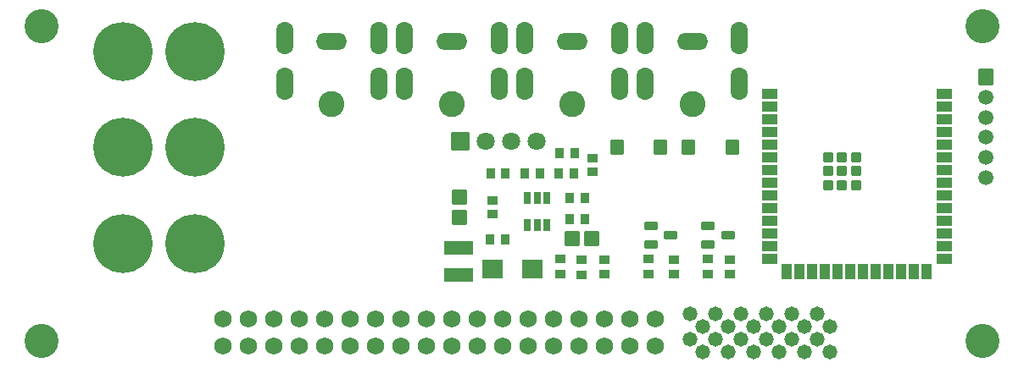
<source format=gts>
G04 Layer: TopSolderMaskLayer*
G04 EasyEDA Pro v2.2.23.6, 2024-08-03 20:46:29*
G04 Gerber Generator version 0.3*
G04 Scale: 100 percent, Rotated: No, Reflected: No*
G04 Dimensions in millimeters*
G04 Leading zeros omitted, absolute positions, 3 integers and 5 decimals*
%FSLAX35Y35*%
%MOMM*%
%AMRoundRect*1,1,$1,$2,$3*1,1,$1,$4,$5*1,1,$1,0-$2,0-$3*1,1,$1,0-$4,0-$5*20,1,$1,$2,$3,$4,$5,0*20,1,$1,$4,$5,0-$2,0-$3,0*20,1,$1,0-$2,0-$3,0-$4,0-$5,0*20,1,$1,0-$4,0-$5,$2,$3,0*4,1,4,$2,$3,$4,$5,0-$2,0-$3,0-$4,0-$5,$2,$3,0*%
%ADD10O,1.70002X3.30002*%
%ADD11O,3.10002X1.70002*%
%ADD12C,2.60002*%
%ADD13RoundRect,0.09138X-0.43712X-0.40835X-0.43712X0.40835*%
%ADD14RoundRect,0.09049X0.63076X-0.35575X-0.63076X-0.35575*%
%ADD15RoundRect,0.08906X0.30647X0.55647X0.30647X-0.55647*%
%ADD16RoundRect,0.09495X-0.70833X0.67833X0.70833X0.67833*%
%ADD17RoundRect,0.09138X0.40835X-0.43712X-0.40835X-0.43712*%
%ADD18RoundRect,0.09138X-0.40835X0.43712X0.40835X0.43712*%
%ADD19RoundRect,0.09164X0.40518X-0.45518X-0.40518X-0.45518*%
%ADD20RoundRect,0.09508X-1.36346X-0.65346X-1.36346X0.65346*%
%ADD21RoundRect,0.09164X0.45518X0.40518X0.45518X-0.40518*%
%ADD22RoundRect,0.09093X-0.75455X0.45455X0.75455X0.45455*%
%ADD23RoundRect,0.09093X-0.45455X-0.75455X-0.45455X0.75455*%
%ADD24RoundRect,0.09093X0.75455X-0.45455X-0.75455X-0.45455*%
%ADD25RoundRect,0.09258X-0.45471X-0.45471X-0.45471X0.45471*%
%ADD26RoundRect,0.09164X-0.45518X-0.40518X-0.45518X0.40518*%
%ADD27RoundRect,0.09138X0.43712X0.40835X0.43712X-0.40835*%
%ADD28C,3.4036*%
%ADD29C,1.4732*%
%ADD30C,1.7272*%
%ADD31C,5.89999*%
%ADD32RoundRect,0.09654X-0.85273X0.85273X0.85273X0.85273*%
%ADD33C,1.802*%
%ADD34RoundRect,0.09495X-0.67833X-0.70833X-0.67833X0.70833*%
%ADD35C,1.502*%
%ADD36RoundRect,0.09551X0.70324X0.76524X0.70324X-0.76524*%
%ADD37RoundRect,0.09475X-0.61863X0.68362X0.61863X0.68362*%
%ADD38RoundRect,0.09681X1.00259X-0.90259X-1.00259X-0.90259*%
G75*


G04 Pad Start*
G54D10*
G01X6327509Y2872495D03*
G01X6327509Y3332514D03*
G01X7272491Y2872495D03*
G01X7272491Y3332514D03*
G54D11*
G01X6800000Y3292484D03*
G54D12*
G01X6800000Y2667491D03*
G54D10*
G01X5127509Y2872495D03*
G01X5127509Y3332514D03*
G01X6072491Y2872495D03*
G01X6072491Y3332514D03*
G54D11*
G01X5600000Y3292484D03*
G54D12*
G01X5600000Y2667491D03*
G54D10*
G01X3927509Y2872495D03*
G01X3927509Y3332514D03*
G01X4872491Y2872495D03*
G01X4872491Y3332514D03*
G54D11*
G01X4400000Y3292484D03*
G54D12*
G01X4400000Y2667491D03*
G54D13*
G01X6364987Y1115336D03*
G01X6364987Y964664D03*
G54D14*
G01X6384987Y1449993D03*
G01X6384987Y1260001D03*
G01X6584987Y1354997D03*
G54D15*
G01X5344986Y1459996D03*
G01X5249990Y1459996D03*
G01X5154994Y1459996D03*
G01X5154994Y1729998D03*
G01X5249990Y1729998D03*
G01X5344986Y1729998D03*
G54D16*
G01X5799988Y1319997D03*
G01X5599989Y1319997D03*
G54D17*
G01X4779654Y1314997D03*
G01X4930327Y1314997D03*
G54D18*
G01X5730325Y1514997D03*
G01X5579652Y1514997D03*
G54D17*
G01X5469653Y1969996D03*
G01X5620325Y1969996D03*
G01X5579652Y1724997D03*
G01X5730325Y1724997D03*
G54D19*
G01X4789988Y1969973D03*
G01X4929993Y1969973D03*
G54D20*
G01X4469991Y1224999D03*
G01X4469991Y954997D03*
G54D21*
G01X4804990Y1564994D03*
G01X4804990Y1704999D03*
G54D22*
G01X7570495Y2769095D03*
G01X7570495Y2642095D03*
G01X7570495Y2515095D03*
G01X7570495Y2388095D03*
G01X7570495Y2261095D03*
G01X7570495Y2134095D03*
G01X7570495Y2007095D03*
G01X7570495Y1880095D03*
G01X7570495Y1753095D03*
G01X7570495Y1626095D03*
G01X7570495Y1499095D03*
G01X7570495Y1372095D03*
G01X7570495Y1245095D03*
G01X7570495Y1118095D03*
G54D23*
G01X7747000Y990105D03*
G01X7874000Y990105D03*
G01X8001000Y990105D03*
G01X8128000Y990105D03*
G01X8255000Y990105D03*
G01X8382000Y990105D03*
G01X8509000Y990105D03*
G01X8636000Y990105D03*
G01X8763000Y990105D03*
G01X8890000Y990105D03*
G01X9017000Y990105D03*
G01X9144000Y993102D03*
G54D24*
G01X9320505Y1118095D03*
G01X9320505Y1245095D03*
G01X9320505Y1372095D03*
G01X9320505Y1499095D03*
G01X9320505Y1626095D03*
G01X9320505Y1753095D03*
G01X9320505Y1880095D03*
G01X9320505Y2007095D03*
G01X9320505Y2134095D03*
G01X9320505Y2261095D03*
G01X9320505Y2388095D03*
G01X9320505Y2515095D03*
G01X9320505Y2642095D03*
G01X9320505Y2769095D03*
G54D25*
G01X8435492Y1857083D03*
G01X8295488Y1857083D03*
G01X8155483Y1857083D03*
G01X8155483Y2137093D03*
G01X8295488Y2137093D03*
G01X8435492Y2137093D03*
G01X8435492Y1997088D03*
G01X8155483Y1997088D03*
G01X8295488Y1997088D03*
G54D26*
G01X5924988Y1110000D03*
G01X5924988Y969996D03*
G54D27*
G01X5694989Y959662D03*
G01X5694989Y1110334D03*
G54D13*
G01X5484989Y1115334D03*
G01X5484989Y964662D03*
G54D28*
G01X300000Y3450000D03*
G01X9700000Y3450000D03*
G01X300000Y300000D03*
G01X9700000Y300000D03*
G54D29*
G01X8176987Y188000D03*
G01X8176987Y442000D03*
G01X8049987Y315000D03*
G01X8049987Y569000D03*
G01X7922987Y188000D03*
G01X7922987Y442000D03*
G01X7795987Y315000D03*
G01X7795987Y569000D03*
G01X7668987Y188000D03*
G01X7668987Y442000D03*
G01X7542012Y315000D03*
G01X7542012Y569000D03*
G01X7415012Y188000D03*
G01X7415012Y442000D03*
G01X7288012Y315000D03*
G01X7288012Y569000D03*
G01X7161012Y188000D03*
G01X7161012Y442000D03*
G01X7034012Y315000D03*
G01X7034012Y569000D03*
G01X6907012Y188000D03*
G01X6907012Y442000D03*
G01X6780012Y315000D03*
G01X6780012Y569000D03*
G54D30*
G01X6430000Y243499D03*
G01X6430000Y513501D03*
G01X6176000Y243499D03*
G01X6176000Y513501D03*
G01X5922000Y243499D03*
G01X5922000Y513501D03*
G01X5414000Y243499D03*
G01X5414000Y513501D03*
G01X5668000Y513501D03*
G01X5668000Y243499D03*
G01X5160000Y243499D03*
G01X5160000Y513501D03*
G01X4398000Y243499D03*
G01X4398000Y513501D03*
G01X4652000Y513501D03*
G01X4652000Y243499D03*
G01X4906000Y243499D03*
G01X4906000Y513501D03*
G01X3636000Y243499D03*
G01X3636000Y513501D03*
G01X3890000Y513501D03*
G01X3890000Y243499D03*
G01X4144000Y243499D03*
G01X4144000Y513501D03*
G01X2874000Y243499D03*
G01X2874000Y513501D03*
G01X3128000Y513501D03*
G01X3128000Y243499D03*
G01X3382000Y243499D03*
G01X3382000Y513501D03*
G01X2112000Y243499D03*
G01X2112000Y513501D03*
G01X2366000Y513501D03*
G01X2366000Y243499D03*
G01X2620000Y243499D03*
G01X2620000Y513501D03*
G54D31*
G01X1834994Y3195000D03*
G01X1115006Y3195000D03*
G01X1834994Y2235000D03*
G01X1115006Y2235000D03*
G01X1834994Y1275000D03*
G01X1115006Y1275000D03*
G54D32*
G01X4483100Y2298700D03*
G54D33*
G01X4737100Y2298700D03*
G01X4991100Y2298700D03*
G01X5245100Y2298700D03*
G54D26*
G01X7179986Y1110002D03*
G01X7179986Y969998D03*
G54D13*
G01X6954986Y1115336D03*
G01X6954986Y964664D03*
G54D34*
G01X4474991Y1734997D03*
G01X4474991Y1534997D03*
G54D35*
G01X9734982Y1934996D03*
G01X9734982Y2134996D03*
G01X9734982Y2334995D03*
G01X9734982Y2534995D03*
G01X9734982Y2734995D03*
G54D36*
G01X9734982Y2934994D03*
G54D10*
G01X2727509Y2872495D03*
G01X2727509Y3332514D03*
G01X3672491Y2872495D03*
G01X3672491Y3332514D03*
G54D11*
G01X3200000Y3292484D03*
G54D12*
G01X3200000Y2667491D03*
G54D37*
G01X6046497Y2235000D03*
G01X6483478Y2235000D03*
G01X6761495Y2235000D03*
G01X7198477Y2235000D03*
G54D18*
G01X5280326Y1969996D03*
G01X5129653Y1969996D03*
G54D21*
G01X6614498Y969998D03*
G01X6614498Y1110002D03*
G54D38*
G01X5204990Y1019998D03*
G01X4804990Y1019998D03*
G54D26*
G01X5804988Y2129998D03*
G01X5804988Y1989993D03*
G54D14*
G01X6959986Y1449993D03*
G01X6959986Y1260001D03*
G01X7159986Y1354997D03*
G54D17*
G01X5474653Y2174996D03*
G01X5625325Y2174996D03*
G04 Pad End*

M02*


</source>
